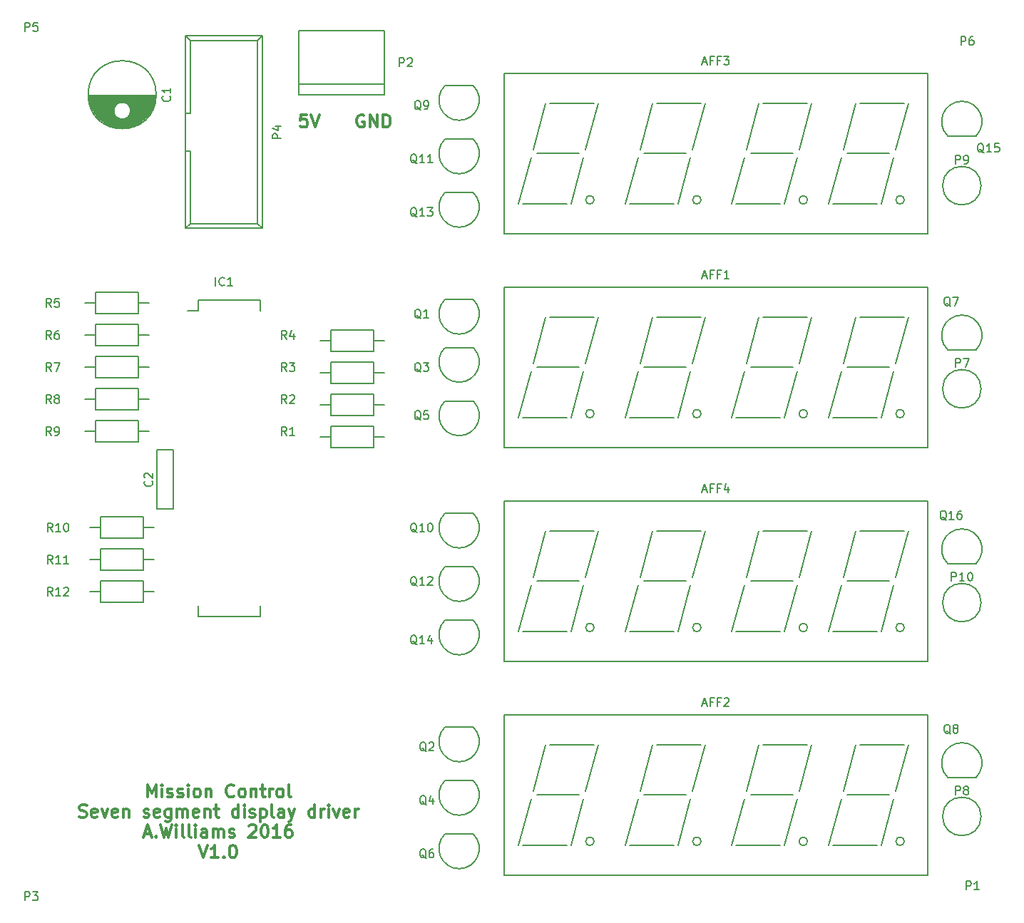
<source format=gbr>
G04 #@! TF.FileFunction,Legend,Top*
%FSLAX46Y46*%
G04 Gerber Fmt 4.6, Leading zero omitted, Abs format (unit mm)*
G04 Created by KiCad (PCBNEW 4.0.2-stable) date 15/03/2016 10:56:13 PM*
%MOMM*%
G01*
G04 APERTURE LIST*
%ADD10C,0.100000*%
%ADD11C,0.300000*%
%ADD12C,0.150000*%
G04 APERTURE END LIST*
D10*
D11*
X167466428Y-145033571D02*
X167466428Y-143533571D01*
X167966428Y-144605000D01*
X168466428Y-143533571D01*
X168466428Y-145033571D01*
X169180714Y-145033571D02*
X169180714Y-144033571D01*
X169180714Y-143533571D02*
X169109285Y-143605000D01*
X169180714Y-143676429D01*
X169252142Y-143605000D01*
X169180714Y-143533571D01*
X169180714Y-143676429D01*
X169823571Y-144962143D02*
X169966428Y-145033571D01*
X170252143Y-145033571D01*
X170395000Y-144962143D01*
X170466428Y-144819286D01*
X170466428Y-144747857D01*
X170395000Y-144605000D01*
X170252143Y-144533571D01*
X170037857Y-144533571D01*
X169895000Y-144462143D01*
X169823571Y-144319286D01*
X169823571Y-144247857D01*
X169895000Y-144105000D01*
X170037857Y-144033571D01*
X170252143Y-144033571D01*
X170395000Y-144105000D01*
X171037857Y-144962143D02*
X171180714Y-145033571D01*
X171466429Y-145033571D01*
X171609286Y-144962143D01*
X171680714Y-144819286D01*
X171680714Y-144747857D01*
X171609286Y-144605000D01*
X171466429Y-144533571D01*
X171252143Y-144533571D01*
X171109286Y-144462143D01*
X171037857Y-144319286D01*
X171037857Y-144247857D01*
X171109286Y-144105000D01*
X171252143Y-144033571D01*
X171466429Y-144033571D01*
X171609286Y-144105000D01*
X172323572Y-145033571D02*
X172323572Y-144033571D01*
X172323572Y-143533571D02*
X172252143Y-143605000D01*
X172323572Y-143676429D01*
X172395000Y-143605000D01*
X172323572Y-143533571D01*
X172323572Y-143676429D01*
X173252144Y-145033571D02*
X173109286Y-144962143D01*
X173037858Y-144890714D01*
X172966429Y-144747857D01*
X172966429Y-144319286D01*
X173037858Y-144176429D01*
X173109286Y-144105000D01*
X173252144Y-144033571D01*
X173466429Y-144033571D01*
X173609286Y-144105000D01*
X173680715Y-144176429D01*
X173752144Y-144319286D01*
X173752144Y-144747857D01*
X173680715Y-144890714D01*
X173609286Y-144962143D01*
X173466429Y-145033571D01*
X173252144Y-145033571D01*
X174395001Y-144033571D02*
X174395001Y-145033571D01*
X174395001Y-144176429D02*
X174466429Y-144105000D01*
X174609287Y-144033571D01*
X174823572Y-144033571D01*
X174966429Y-144105000D01*
X175037858Y-144247857D01*
X175037858Y-145033571D01*
X177752144Y-144890714D02*
X177680715Y-144962143D01*
X177466429Y-145033571D01*
X177323572Y-145033571D01*
X177109287Y-144962143D01*
X176966429Y-144819286D01*
X176895001Y-144676429D01*
X176823572Y-144390714D01*
X176823572Y-144176429D01*
X176895001Y-143890714D01*
X176966429Y-143747857D01*
X177109287Y-143605000D01*
X177323572Y-143533571D01*
X177466429Y-143533571D01*
X177680715Y-143605000D01*
X177752144Y-143676429D01*
X178609287Y-145033571D02*
X178466429Y-144962143D01*
X178395001Y-144890714D01*
X178323572Y-144747857D01*
X178323572Y-144319286D01*
X178395001Y-144176429D01*
X178466429Y-144105000D01*
X178609287Y-144033571D01*
X178823572Y-144033571D01*
X178966429Y-144105000D01*
X179037858Y-144176429D01*
X179109287Y-144319286D01*
X179109287Y-144747857D01*
X179037858Y-144890714D01*
X178966429Y-144962143D01*
X178823572Y-145033571D01*
X178609287Y-145033571D01*
X179752144Y-144033571D02*
X179752144Y-145033571D01*
X179752144Y-144176429D02*
X179823572Y-144105000D01*
X179966430Y-144033571D01*
X180180715Y-144033571D01*
X180323572Y-144105000D01*
X180395001Y-144247857D01*
X180395001Y-145033571D01*
X180895001Y-144033571D02*
X181466430Y-144033571D01*
X181109287Y-143533571D02*
X181109287Y-144819286D01*
X181180715Y-144962143D01*
X181323573Y-145033571D01*
X181466430Y-145033571D01*
X181966430Y-145033571D02*
X181966430Y-144033571D01*
X181966430Y-144319286D02*
X182037858Y-144176429D01*
X182109287Y-144105000D01*
X182252144Y-144033571D01*
X182395001Y-144033571D01*
X183109287Y-145033571D02*
X182966429Y-144962143D01*
X182895001Y-144890714D01*
X182823572Y-144747857D01*
X182823572Y-144319286D01*
X182895001Y-144176429D01*
X182966429Y-144105000D01*
X183109287Y-144033571D01*
X183323572Y-144033571D01*
X183466429Y-144105000D01*
X183537858Y-144176429D01*
X183609287Y-144319286D01*
X183609287Y-144747857D01*
X183537858Y-144890714D01*
X183466429Y-144962143D01*
X183323572Y-145033571D01*
X183109287Y-145033571D01*
X184466430Y-145033571D02*
X184323572Y-144962143D01*
X184252144Y-144819286D01*
X184252144Y-143533571D01*
X159395001Y-147362143D02*
X159609287Y-147433571D01*
X159966430Y-147433571D01*
X160109287Y-147362143D01*
X160180716Y-147290714D01*
X160252144Y-147147857D01*
X160252144Y-147005000D01*
X160180716Y-146862143D01*
X160109287Y-146790714D01*
X159966430Y-146719286D01*
X159680716Y-146647857D01*
X159537858Y-146576429D01*
X159466430Y-146505000D01*
X159395001Y-146362143D01*
X159395001Y-146219286D01*
X159466430Y-146076429D01*
X159537858Y-146005000D01*
X159680716Y-145933571D01*
X160037858Y-145933571D01*
X160252144Y-146005000D01*
X161466429Y-147362143D02*
X161323572Y-147433571D01*
X161037858Y-147433571D01*
X160895001Y-147362143D01*
X160823572Y-147219286D01*
X160823572Y-146647857D01*
X160895001Y-146505000D01*
X161037858Y-146433571D01*
X161323572Y-146433571D01*
X161466429Y-146505000D01*
X161537858Y-146647857D01*
X161537858Y-146790714D01*
X160823572Y-146933571D01*
X162037858Y-146433571D02*
X162395001Y-147433571D01*
X162752143Y-146433571D01*
X163895000Y-147362143D02*
X163752143Y-147433571D01*
X163466429Y-147433571D01*
X163323572Y-147362143D01*
X163252143Y-147219286D01*
X163252143Y-146647857D01*
X163323572Y-146505000D01*
X163466429Y-146433571D01*
X163752143Y-146433571D01*
X163895000Y-146505000D01*
X163966429Y-146647857D01*
X163966429Y-146790714D01*
X163252143Y-146933571D01*
X164609286Y-146433571D02*
X164609286Y-147433571D01*
X164609286Y-146576429D02*
X164680714Y-146505000D01*
X164823572Y-146433571D01*
X165037857Y-146433571D01*
X165180714Y-146505000D01*
X165252143Y-146647857D01*
X165252143Y-147433571D01*
X167037857Y-147362143D02*
X167180714Y-147433571D01*
X167466429Y-147433571D01*
X167609286Y-147362143D01*
X167680714Y-147219286D01*
X167680714Y-147147857D01*
X167609286Y-147005000D01*
X167466429Y-146933571D01*
X167252143Y-146933571D01*
X167109286Y-146862143D01*
X167037857Y-146719286D01*
X167037857Y-146647857D01*
X167109286Y-146505000D01*
X167252143Y-146433571D01*
X167466429Y-146433571D01*
X167609286Y-146505000D01*
X168895000Y-147362143D02*
X168752143Y-147433571D01*
X168466429Y-147433571D01*
X168323572Y-147362143D01*
X168252143Y-147219286D01*
X168252143Y-146647857D01*
X168323572Y-146505000D01*
X168466429Y-146433571D01*
X168752143Y-146433571D01*
X168895000Y-146505000D01*
X168966429Y-146647857D01*
X168966429Y-146790714D01*
X168252143Y-146933571D01*
X170252143Y-146433571D02*
X170252143Y-147647857D01*
X170180714Y-147790714D01*
X170109286Y-147862143D01*
X169966429Y-147933571D01*
X169752143Y-147933571D01*
X169609286Y-147862143D01*
X170252143Y-147362143D02*
X170109286Y-147433571D01*
X169823572Y-147433571D01*
X169680714Y-147362143D01*
X169609286Y-147290714D01*
X169537857Y-147147857D01*
X169537857Y-146719286D01*
X169609286Y-146576429D01*
X169680714Y-146505000D01*
X169823572Y-146433571D01*
X170109286Y-146433571D01*
X170252143Y-146505000D01*
X170966429Y-147433571D02*
X170966429Y-146433571D01*
X170966429Y-146576429D02*
X171037857Y-146505000D01*
X171180715Y-146433571D01*
X171395000Y-146433571D01*
X171537857Y-146505000D01*
X171609286Y-146647857D01*
X171609286Y-147433571D01*
X171609286Y-146647857D02*
X171680715Y-146505000D01*
X171823572Y-146433571D01*
X172037857Y-146433571D01*
X172180715Y-146505000D01*
X172252143Y-146647857D01*
X172252143Y-147433571D01*
X173537857Y-147362143D02*
X173395000Y-147433571D01*
X173109286Y-147433571D01*
X172966429Y-147362143D01*
X172895000Y-147219286D01*
X172895000Y-146647857D01*
X172966429Y-146505000D01*
X173109286Y-146433571D01*
X173395000Y-146433571D01*
X173537857Y-146505000D01*
X173609286Y-146647857D01*
X173609286Y-146790714D01*
X172895000Y-146933571D01*
X174252143Y-146433571D02*
X174252143Y-147433571D01*
X174252143Y-146576429D02*
X174323571Y-146505000D01*
X174466429Y-146433571D01*
X174680714Y-146433571D01*
X174823571Y-146505000D01*
X174895000Y-146647857D01*
X174895000Y-147433571D01*
X175395000Y-146433571D02*
X175966429Y-146433571D01*
X175609286Y-145933571D02*
X175609286Y-147219286D01*
X175680714Y-147362143D01*
X175823572Y-147433571D01*
X175966429Y-147433571D01*
X178252143Y-147433571D02*
X178252143Y-145933571D01*
X178252143Y-147362143D02*
X178109286Y-147433571D01*
X177823572Y-147433571D01*
X177680714Y-147362143D01*
X177609286Y-147290714D01*
X177537857Y-147147857D01*
X177537857Y-146719286D01*
X177609286Y-146576429D01*
X177680714Y-146505000D01*
X177823572Y-146433571D01*
X178109286Y-146433571D01*
X178252143Y-146505000D01*
X178966429Y-147433571D02*
X178966429Y-146433571D01*
X178966429Y-145933571D02*
X178895000Y-146005000D01*
X178966429Y-146076429D01*
X179037857Y-146005000D01*
X178966429Y-145933571D01*
X178966429Y-146076429D01*
X179609286Y-147362143D02*
X179752143Y-147433571D01*
X180037858Y-147433571D01*
X180180715Y-147362143D01*
X180252143Y-147219286D01*
X180252143Y-147147857D01*
X180180715Y-147005000D01*
X180037858Y-146933571D01*
X179823572Y-146933571D01*
X179680715Y-146862143D01*
X179609286Y-146719286D01*
X179609286Y-146647857D01*
X179680715Y-146505000D01*
X179823572Y-146433571D01*
X180037858Y-146433571D01*
X180180715Y-146505000D01*
X180895001Y-146433571D02*
X180895001Y-147933571D01*
X180895001Y-146505000D02*
X181037858Y-146433571D01*
X181323572Y-146433571D01*
X181466429Y-146505000D01*
X181537858Y-146576429D01*
X181609287Y-146719286D01*
X181609287Y-147147857D01*
X181537858Y-147290714D01*
X181466429Y-147362143D01*
X181323572Y-147433571D01*
X181037858Y-147433571D01*
X180895001Y-147362143D01*
X182466430Y-147433571D02*
X182323572Y-147362143D01*
X182252144Y-147219286D01*
X182252144Y-145933571D01*
X183680715Y-147433571D02*
X183680715Y-146647857D01*
X183609286Y-146505000D01*
X183466429Y-146433571D01*
X183180715Y-146433571D01*
X183037858Y-146505000D01*
X183680715Y-147362143D02*
X183537858Y-147433571D01*
X183180715Y-147433571D01*
X183037858Y-147362143D01*
X182966429Y-147219286D01*
X182966429Y-147076429D01*
X183037858Y-146933571D01*
X183180715Y-146862143D01*
X183537858Y-146862143D01*
X183680715Y-146790714D01*
X184252144Y-146433571D02*
X184609287Y-147433571D01*
X184966429Y-146433571D02*
X184609287Y-147433571D01*
X184466429Y-147790714D01*
X184395001Y-147862143D01*
X184252144Y-147933571D01*
X187323572Y-147433571D02*
X187323572Y-145933571D01*
X187323572Y-147362143D02*
X187180715Y-147433571D01*
X186895001Y-147433571D01*
X186752143Y-147362143D01*
X186680715Y-147290714D01*
X186609286Y-147147857D01*
X186609286Y-146719286D01*
X186680715Y-146576429D01*
X186752143Y-146505000D01*
X186895001Y-146433571D01*
X187180715Y-146433571D01*
X187323572Y-146505000D01*
X188037858Y-147433571D02*
X188037858Y-146433571D01*
X188037858Y-146719286D02*
X188109286Y-146576429D01*
X188180715Y-146505000D01*
X188323572Y-146433571D01*
X188466429Y-146433571D01*
X188966429Y-147433571D02*
X188966429Y-146433571D01*
X188966429Y-145933571D02*
X188895000Y-146005000D01*
X188966429Y-146076429D01*
X189037857Y-146005000D01*
X188966429Y-145933571D01*
X188966429Y-146076429D01*
X189537858Y-146433571D02*
X189895001Y-147433571D01*
X190252143Y-146433571D01*
X191395000Y-147362143D02*
X191252143Y-147433571D01*
X190966429Y-147433571D01*
X190823572Y-147362143D01*
X190752143Y-147219286D01*
X190752143Y-146647857D01*
X190823572Y-146505000D01*
X190966429Y-146433571D01*
X191252143Y-146433571D01*
X191395000Y-146505000D01*
X191466429Y-146647857D01*
X191466429Y-146790714D01*
X190752143Y-146933571D01*
X192109286Y-147433571D02*
X192109286Y-146433571D01*
X192109286Y-146719286D02*
X192180714Y-146576429D01*
X192252143Y-146505000D01*
X192395000Y-146433571D01*
X192537857Y-146433571D01*
X167109286Y-149405000D02*
X167823572Y-149405000D01*
X166966429Y-149833571D02*
X167466429Y-148333571D01*
X167966429Y-149833571D01*
X168466429Y-149690714D02*
X168537857Y-149762143D01*
X168466429Y-149833571D01*
X168395000Y-149762143D01*
X168466429Y-149690714D01*
X168466429Y-149833571D01*
X169037858Y-148333571D02*
X169395001Y-149833571D01*
X169680715Y-148762143D01*
X169966429Y-149833571D01*
X170323572Y-148333571D01*
X170895001Y-149833571D02*
X170895001Y-148833571D01*
X170895001Y-148333571D02*
X170823572Y-148405000D01*
X170895001Y-148476429D01*
X170966429Y-148405000D01*
X170895001Y-148333571D01*
X170895001Y-148476429D01*
X171823573Y-149833571D02*
X171680715Y-149762143D01*
X171609287Y-149619286D01*
X171609287Y-148333571D01*
X172609287Y-149833571D02*
X172466429Y-149762143D01*
X172395001Y-149619286D01*
X172395001Y-148333571D01*
X173180715Y-149833571D02*
X173180715Y-148833571D01*
X173180715Y-148333571D02*
X173109286Y-148405000D01*
X173180715Y-148476429D01*
X173252143Y-148405000D01*
X173180715Y-148333571D01*
X173180715Y-148476429D01*
X174537858Y-149833571D02*
X174537858Y-149047857D01*
X174466429Y-148905000D01*
X174323572Y-148833571D01*
X174037858Y-148833571D01*
X173895001Y-148905000D01*
X174537858Y-149762143D02*
X174395001Y-149833571D01*
X174037858Y-149833571D01*
X173895001Y-149762143D01*
X173823572Y-149619286D01*
X173823572Y-149476429D01*
X173895001Y-149333571D01*
X174037858Y-149262143D01*
X174395001Y-149262143D01*
X174537858Y-149190714D01*
X175252144Y-149833571D02*
X175252144Y-148833571D01*
X175252144Y-148976429D02*
X175323572Y-148905000D01*
X175466430Y-148833571D01*
X175680715Y-148833571D01*
X175823572Y-148905000D01*
X175895001Y-149047857D01*
X175895001Y-149833571D01*
X175895001Y-149047857D02*
X175966430Y-148905000D01*
X176109287Y-148833571D01*
X176323572Y-148833571D01*
X176466430Y-148905000D01*
X176537858Y-149047857D01*
X176537858Y-149833571D01*
X177180715Y-149762143D02*
X177323572Y-149833571D01*
X177609287Y-149833571D01*
X177752144Y-149762143D01*
X177823572Y-149619286D01*
X177823572Y-149547857D01*
X177752144Y-149405000D01*
X177609287Y-149333571D01*
X177395001Y-149333571D01*
X177252144Y-149262143D01*
X177180715Y-149119286D01*
X177180715Y-149047857D01*
X177252144Y-148905000D01*
X177395001Y-148833571D01*
X177609287Y-148833571D01*
X177752144Y-148905000D01*
X179537858Y-148476429D02*
X179609287Y-148405000D01*
X179752144Y-148333571D01*
X180109287Y-148333571D01*
X180252144Y-148405000D01*
X180323573Y-148476429D01*
X180395001Y-148619286D01*
X180395001Y-148762143D01*
X180323573Y-148976429D01*
X179466430Y-149833571D01*
X180395001Y-149833571D01*
X181323572Y-148333571D02*
X181466429Y-148333571D01*
X181609286Y-148405000D01*
X181680715Y-148476429D01*
X181752144Y-148619286D01*
X181823572Y-148905000D01*
X181823572Y-149262143D01*
X181752144Y-149547857D01*
X181680715Y-149690714D01*
X181609286Y-149762143D01*
X181466429Y-149833571D01*
X181323572Y-149833571D01*
X181180715Y-149762143D01*
X181109286Y-149690714D01*
X181037858Y-149547857D01*
X180966429Y-149262143D01*
X180966429Y-148905000D01*
X181037858Y-148619286D01*
X181109286Y-148476429D01*
X181180715Y-148405000D01*
X181323572Y-148333571D01*
X183252143Y-149833571D02*
X182395000Y-149833571D01*
X182823572Y-149833571D02*
X182823572Y-148333571D01*
X182680715Y-148547857D01*
X182537857Y-148690714D01*
X182395000Y-148762143D01*
X184537857Y-148333571D02*
X184252143Y-148333571D01*
X184109286Y-148405000D01*
X184037857Y-148476429D01*
X183895000Y-148690714D01*
X183823571Y-148976429D01*
X183823571Y-149547857D01*
X183895000Y-149690714D01*
X183966428Y-149762143D01*
X184109286Y-149833571D01*
X184395000Y-149833571D01*
X184537857Y-149762143D01*
X184609286Y-149690714D01*
X184680714Y-149547857D01*
X184680714Y-149190714D01*
X184609286Y-149047857D01*
X184537857Y-148976429D01*
X184395000Y-148905000D01*
X184109286Y-148905000D01*
X183966428Y-148976429D01*
X183895000Y-149047857D01*
X183823571Y-149190714D01*
X173609286Y-150733571D02*
X174109286Y-152233571D01*
X174609286Y-150733571D01*
X175895000Y-152233571D02*
X175037857Y-152233571D01*
X175466429Y-152233571D02*
X175466429Y-150733571D01*
X175323572Y-150947857D01*
X175180714Y-151090714D01*
X175037857Y-151162143D01*
X176537857Y-152090714D02*
X176609285Y-152162143D01*
X176537857Y-152233571D01*
X176466428Y-152162143D01*
X176537857Y-152090714D01*
X176537857Y-152233571D01*
X177537857Y-150733571D02*
X177680714Y-150733571D01*
X177823571Y-150805000D01*
X177895000Y-150876429D01*
X177966429Y-151019286D01*
X178037857Y-151305000D01*
X178037857Y-151662143D01*
X177966429Y-151947857D01*
X177895000Y-152090714D01*
X177823571Y-152162143D01*
X177680714Y-152233571D01*
X177537857Y-152233571D01*
X177395000Y-152162143D01*
X177323571Y-152090714D01*
X177252143Y-151947857D01*
X177180714Y-151662143D01*
X177180714Y-151305000D01*
X177252143Y-151019286D01*
X177323571Y-150876429D01*
X177395000Y-150805000D01*
X177537857Y-150733571D01*
X193167143Y-64020000D02*
X193024286Y-63948571D01*
X192810000Y-63948571D01*
X192595715Y-64020000D01*
X192452857Y-64162857D01*
X192381429Y-64305714D01*
X192310000Y-64591429D01*
X192310000Y-64805714D01*
X192381429Y-65091429D01*
X192452857Y-65234286D01*
X192595715Y-65377143D01*
X192810000Y-65448571D01*
X192952857Y-65448571D01*
X193167143Y-65377143D01*
X193238572Y-65305714D01*
X193238572Y-64805714D01*
X192952857Y-64805714D01*
X193881429Y-65448571D02*
X193881429Y-63948571D01*
X194738572Y-65448571D01*
X194738572Y-63948571D01*
X195452858Y-65448571D02*
X195452858Y-63948571D01*
X195810001Y-63948571D01*
X196024286Y-64020000D01*
X196167144Y-64162857D01*
X196238572Y-64305714D01*
X196310001Y-64591429D01*
X196310001Y-64805714D01*
X196238572Y-65091429D01*
X196167144Y-65234286D01*
X196024286Y-65377143D01*
X195810001Y-65448571D01*
X195452858Y-65448571D01*
X186404287Y-63948571D02*
X185690001Y-63948571D01*
X185618572Y-64662857D01*
X185690001Y-64591429D01*
X185832858Y-64520000D01*
X186190001Y-64520000D01*
X186332858Y-64591429D01*
X186404287Y-64662857D01*
X186475715Y-64805714D01*
X186475715Y-65162857D01*
X186404287Y-65305714D01*
X186332858Y-65377143D01*
X186190001Y-65448571D01*
X185832858Y-65448571D01*
X185690001Y-65377143D01*
X185618572Y-65305714D01*
X186904286Y-63948571D02*
X187404286Y-65448571D01*
X187904286Y-63948571D01*
D12*
X260100000Y-103480000D02*
X209800000Y-103480000D01*
X209800000Y-103480000D02*
X209800000Y-84480000D01*
X209800000Y-84480000D02*
X260100000Y-84480000D01*
X260100000Y-84480000D02*
X260100000Y-103480000D01*
X250580000Y-93980000D02*
X255580000Y-93980000D01*
X248830000Y-99980000D02*
X254080000Y-99980000D01*
X256330000Y-93480000D02*
X257830000Y-87980000D01*
X254580000Y-99980000D02*
X256080000Y-94480000D01*
X250080000Y-93480000D02*
X251580000Y-87980000D01*
X248330000Y-99980000D02*
X249830000Y-94480000D01*
X252080000Y-87980000D02*
X257330000Y-87980000D01*
X213750000Y-93980000D02*
X218750000Y-93980000D01*
X212000000Y-99980000D02*
X217250000Y-99980000D01*
X219500000Y-93480000D02*
X221000000Y-87980000D01*
X217750000Y-99980000D02*
X219250000Y-94480000D01*
X213250000Y-93480000D02*
X214750000Y-87980000D01*
X211500000Y-99980000D02*
X213000000Y-94480000D01*
X215250000Y-87980000D02*
X220500000Y-87980000D01*
X227950000Y-87980000D02*
X233200000Y-87980000D01*
X224200000Y-99980000D02*
X225700000Y-94480000D01*
X225950000Y-93480000D02*
X227450000Y-87980000D01*
X230450000Y-99980000D02*
X231950000Y-94480000D01*
X232200000Y-93480000D02*
X233700000Y-87980000D01*
X224700000Y-99980000D02*
X229950000Y-99980000D01*
X226450000Y-93980000D02*
X231450000Y-93980000D01*
X244835000Y-93480000D02*
X246335000Y-87980000D01*
X240585000Y-87980000D02*
X245835000Y-87980000D01*
X238585000Y-93480000D02*
X240085000Y-87980000D01*
X239085000Y-93980000D02*
X244085000Y-93980000D01*
X237335000Y-99980000D02*
X242585000Y-99980000D01*
X236835000Y-99980000D02*
X238335000Y-94480000D01*
X243085000Y-99980000D02*
X244585000Y-94480000D01*
X257330000Y-99480000D02*
G75*
G03X257330000Y-99480000I-500000J0D01*
G01*
X220500000Y-99480000D02*
G75*
G03X220500000Y-99480000I-500000J0D01*
G01*
X245835000Y-99480000D02*
G75*
G03X245835000Y-99480000I-500000J0D01*
G01*
X233200000Y-99480000D02*
G75*
G03X233200000Y-99480000I-500000J0D01*
G01*
X260100000Y-154280000D02*
X209800000Y-154280000D01*
X209800000Y-154280000D02*
X209800000Y-135280000D01*
X209800000Y-135280000D02*
X260100000Y-135280000D01*
X260100000Y-135280000D02*
X260100000Y-154280000D01*
X250580000Y-144780000D02*
X255580000Y-144780000D01*
X248830000Y-150780000D02*
X254080000Y-150780000D01*
X256330000Y-144280000D02*
X257830000Y-138780000D01*
X254580000Y-150780000D02*
X256080000Y-145280000D01*
X250080000Y-144280000D02*
X251580000Y-138780000D01*
X248330000Y-150780000D02*
X249830000Y-145280000D01*
X252080000Y-138780000D02*
X257330000Y-138780000D01*
X213750000Y-144780000D02*
X218750000Y-144780000D01*
X212000000Y-150780000D02*
X217250000Y-150780000D01*
X219500000Y-144280000D02*
X221000000Y-138780000D01*
X217750000Y-150780000D02*
X219250000Y-145280000D01*
X213250000Y-144280000D02*
X214750000Y-138780000D01*
X211500000Y-150780000D02*
X213000000Y-145280000D01*
X215250000Y-138780000D02*
X220500000Y-138780000D01*
X227950000Y-138780000D02*
X233200000Y-138780000D01*
X224200000Y-150780000D02*
X225700000Y-145280000D01*
X225950000Y-144280000D02*
X227450000Y-138780000D01*
X230450000Y-150780000D02*
X231950000Y-145280000D01*
X232200000Y-144280000D02*
X233700000Y-138780000D01*
X224700000Y-150780000D02*
X229950000Y-150780000D01*
X226450000Y-144780000D02*
X231450000Y-144780000D01*
X244835000Y-144280000D02*
X246335000Y-138780000D01*
X240585000Y-138780000D02*
X245835000Y-138780000D01*
X238585000Y-144280000D02*
X240085000Y-138780000D01*
X239085000Y-144780000D02*
X244085000Y-144780000D01*
X237335000Y-150780000D02*
X242585000Y-150780000D01*
X236835000Y-150780000D02*
X238335000Y-145280000D01*
X243085000Y-150780000D02*
X244585000Y-145280000D01*
X257330000Y-150280000D02*
G75*
G03X257330000Y-150280000I-500000J0D01*
G01*
X220500000Y-150280000D02*
G75*
G03X220500000Y-150280000I-500000J0D01*
G01*
X245835000Y-150280000D02*
G75*
G03X245835000Y-150280000I-500000J0D01*
G01*
X233200000Y-150280000D02*
G75*
G03X233200000Y-150280000I-500000J0D01*
G01*
X260100000Y-78080000D02*
X209800000Y-78080000D01*
X209800000Y-78080000D02*
X209800000Y-59080000D01*
X209800000Y-59080000D02*
X260100000Y-59080000D01*
X260100000Y-59080000D02*
X260100000Y-78080000D01*
X250580000Y-68580000D02*
X255580000Y-68580000D01*
X248830000Y-74580000D02*
X254080000Y-74580000D01*
X256330000Y-68080000D02*
X257830000Y-62580000D01*
X254580000Y-74580000D02*
X256080000Y-69080000D01*
X250080000Y-68080000D02*
X251580000Y-62580000D01*
X248330000Y-74580000D02*
X249830000Y-69080000D01*
X252080000Y-62580000D02*
X257330000Y-62580000D01*
X213750000Y-68580000D02*
X218750000Y-68580000D01*
X212000000Y-74580000D02*
X217250000Y-74580000D01*
X219500000Y-68080000D02*
X221000000Y-62580000D01*
X217750000Y-74580000D02*
X219250000Y-69080000D01*
X213250000Y-68080000D02*
X214750000Y-62580000D01*
X211500000Y-74580000D02*
X213000000Y-69080000D01*
X215250000Y-62580000D02*
X220500000Y-62580000D01*
X227950000Y-62580000D02*
X233200000Y-62580000D01*
X224200000Y-74580000D02*
X225700000Y-69080000D01*
X225950000Y-68080000D02*
X227450000Y-62580000D01*
X230450000Y-74580000D02*
X231950000Y-69080000D01*
X232200000Y-68080000D02*
X233700000Y-62580000D01*
X224700000Y-74580000D02*
X229950000Y-74580000D01*
X226450000Y-68580000D02*
X231450000Y-68580000D01*
X244835000Y-68080000D02*
X246335000Y-62580000D01*
X240585000Y-62580000D02*
X245835000Y-62580000D01*
X238585000Y-68080000D02*
X240085000Y-62580000D01*
X239085000Y-68580000D02*
X244085000Y-68580000D01*
X237335000Y-74580000D02*
X242585000Y-74580000D01*
X236835000Y-74580000D02*
X238335000Y-69080000D01*
X243085000Y-74580000D02*
X244585000Y-69080000D01*
X257330000Y-74080000D02*
G75*
G03X257330000Y-74080000I-500000J0D01*
G01*
X220500000Y-74080000D02*
G75*
G03X220500000Y-74080000I-500000J0D01*
G01*
X245835000Y-74080000D02*
G75*
G03X245835000Y-74080000I-500000J0D01*
G01*
X233200000Y-74080000D02*
G75*
G03X233200000Y-74080000I-500000J0D01*
G01*
X260100000Y-128880000D02*
X209800000Y-128880000D01*
X209800000Y-128880000D02*
X209800000Y-109880000D01*
X209800000Y-109880000D02*
X260100000Y-109880000D01*
X260100000Y-109880000D02*
X260100000Y-128880000D01*
X250580000Y-119380000D02*
X255580000Y-119380000D01*
X248830000Y-125380000D02*
X254080000Y-125380000D01*
X256330000Y-118880000D02*
X257830000Y-113380000D01*
X254580000Y-125380000D02*
X256080000Y-119880000D01*
X250080000Y-118880000D02*
X251580000Y-113380000D01*
X248330000Y-125380000D02*
X249830000Y-119880000D01*
X252080000Y-113380000D02*
X257330000Y-113380000D01*
X213750000Y-119380000D02*
X218750000Y-119380000D01*
X212000000Y-125380000D02*
X217250000Y-125380000D01*
X219500000Y-118880000D02*
X221000000Y-113380000D01*
X217750000Y-125380000D02*
X219250000Y-119880000D01*
X213250000Y-118880000D02*
X214750000Y-113380000D01*
X211500000Y-125380000D02*
X213000000Y-119880000D01*
X215250000Y-113380000D02*
X220500000Y-113380000D01*
X227950000Y-113380000D02*
X233200000Y-113380000D01*
X224200000Y-125380000D02*
X225700000Y-119880000D01*
X225950000Y-118880000D02*
X227450000Y-113380000D01*
X230450000Y-125380000D02*
X231950000Y-119880000D01*
X232200000Y-118880000D02*
X233700000Y-113380000D01*
X224700000Y-125380000D02*
X229950000Y-125380000D01*
X226450000Y-119380000D02*
X231450000Y-119380000D01*
X244835000Y-118880000D02*
X246335000Y-113380000D01*
X240585000Y-113380000D02*
X245835000Y-113380000D01*
X238585000Y-118880000D02*
X240085000Y-113380000D01*
X239085000Y-119380000D02*
X244085000Y-119380000D01*
X237335000Y-125380000D02*
X242585000Y-125380000D01*
X236835000Y-125380000D02*
X238335000Y-119880000D01*
X243085000Y-125380000D02*
X244585000Y-119880000D01*
X257330000Y-124880000D02*
G75*
G03X257330000Y-124880000I-500000J0D01*
G01*
X220500000Y-124880000D02*
G75*
G03X220500000Y-124880000I-500000J0D01*
G01*
X245835000Y-124880000D02*
G75*
G03X245835000Y-124880000I-500000J0D01*
G01*
X233200000Y-124880000D02*
G75*
G03X233200000Y-124880000I-500000J0D01*
G01*
X168464000Y-61665000D02*
X160466000Y-61665000D01*
X168459000Y-61805000D02*
X160471000Y-61805000D01*
X168449000Y-61945000D02*
X160481000Y-61945000D01*
X168434000Y-62085000D02*
X160496000Y-62085000D01*
X168414000Y-62225000D02*
X160516000Y-62225000D01*
X168389000Y-62365000D02*
X160541000Y-62365000D01*
X168359000Y-62505000D02*
X164638000Y-62505000D01*
X164292000Y-62505000D02*
X160571000Y-62505000D01*
X168323000Y-62645000D02*
X165000000Y-62645000D01*
X163930000Y-62645000D02*
X160607000Y-62645000D01*
X168282000Y-62785000D02*
X165174000Y-62785000D01*
X163756000Y-62785000D02*
X160648000Y-62785000D01*
X168236000Y-62925000D02*
X165290000Y-62925000D01*
X163640000Y-62925000D02*
X160694000Y-62925000D01*
X168183000Y-63065000D02*
X165370000Y-63065000D01*
X163560000Y-63065000D02*
X160747000Y-63065000D01*
X168124000Y-63205000D02*
X165424000Y-63205000D01*
X163506000Y-63205000D02*
X160806000Y-63205000D01*
X168059000Y-63345000D02*
X165454000Y-63345000D01*
X163476000Y-63345000D02*
X160871000Y-63345000D01*
X167988000Y-63485000D02*
X165465000Y-63485000D01*
X163465000Y-63485000D02*
X160942000Y-63485000D01*
X167909000Y-63625000D02*
X165456000Y-63625000D01*
X163474000Y-63625000D02*
X161021000Y-63625000D01*
X167822000Y-63765000D02*
X165426000Y-63765000D01*
X163504000Y-63765000D02*
X161108000Y-63765000D01*
X167727000Y-63905000D02*
X165375000Y-63905000D01*
X163555000Y-63905000D02*
X161203000Y-63905000D01*
X167623000Y-64045000D02*
X165297000Y-64045000D01*
X163633000Y-64045000D02*
X161307000Y-64045000D01*
X167509000Y-64185000D02*
X165184000Y-64185000D01*
X163746000Y-64185000D02*
X161421000Y-64185000D01*
X167384000Y-64325000D02*
X165015000Y-64325000D01*
X163915000Y-64325000D02*
X161546000Y-64325000D01*
X167246000Y-64465000D02*
X164687000Y-64465000D01*
X164243000Y-64465000D02*
X161684000Y-64465000D01*
X167094000Y-64605000D02*
X161836000Y-64605000D01*
X166924000Y-64745000D02*
X162006000Y-64745000D01*
X166733000Y-64885000D02*
X162197000Y-64885000D01*
X166515000Y-65025000D02*
X162415000Y-65025000D01*
X166259000Y-65165000D02*
X162671000Y-65165000D01*
X165948000Y-65305000D02*
X162982000Y-65305000D01*
X165532000Y-65445000D02*
X163398000Y-65445000D01*
X164665000Y-65585000D02*
X164265000Y-65585000D01*
X165465000Y-63490000D02*
G75*
G03X165465000Y-63490000I-1000000J0D01*
G01*
X168502500Y-61590000D02*
G75*
G03X168502500Y-61590000I-4037500J0D01*
G01*
X170545000Y-103775000D02*
X170545000Y-110775000D01*
X170545000Y-110775000D02*
X168545000Y-110775000D01*
X168545000Y-110775000D02*
X168545000Y-103775000D01*
X168545000Y-103775000D02*
X170545000Y-103775000D01*
X173490000Y-85970000D02*
X173490000Y-87240000D01*
X180840000Y-85970000D02*
X180840000Y-87240000D01*
X180840000Y-123580000D02*
X180840000Y-122310000D01*
X173490000Y-123580000D02*
X173490000Y-122310000D01*
X173490000Y-85970000D02*
X180840000Y-85970000D01*
X173490000Y-123580000D02*
X180840000Y-123580000D01*
X173490000Y-87240000D02*
X172205000Y-87240000D01*
X195580000Y-60325000D02*
X185420000Y-60325000D01*
X195580000Y-61595000D02*
X195580000Y-53975000D01*
X195580000Y-53975000D02*
X185420000Y-53975000D01*
X185420000Y-53975000D02*
X185420000Y-61595000D01*
X185420000Y-61595000D02*
X195580000Y-61595000D01*
X181080000Y-54610000D02*
X181080000Y-77470000D01*
X180530000Y-55150000D02*
X180530000Y-76910000D01*
X171980000Y-54610000D02*
X171980000Y-77470000D01*
X172530000Y-55150000D02*
X172530000Y-63790000D01*
X172530000Y-68290000D02*
X172530000Y-76910000D01*
X172530000Y-63790000D02*
X171980000Y-63790000D01*
X172530000Y-68290000D02*
X171980000Y-68290000D01*
X181080000Y-54610000D02*
X171980000Y-54610000D01*
X180530000Y-55150000D02*
X172530000Y-55150000D01*
X181080000Y-77470000D02*
X171980000Y-77470000D01*
X180530000Y-76910000D02*
X172530000Y-76910000D01*
X181080000Y-54610000D02*
X180530000Y-55150000D01*
X181080000Y-77470000D02*
X180530000Y-76910000D01*
X171980000Y-54610000D02*
X172530000Y-55150000D01*
X171980000Y-77470000D02*
X172530000Y-76910000D01*
X266446000Y-96520000D02*
G75*
G03X266446000Y-96520000I-2286000J0D01*
G01*
X266446000Y-147320000D02*
G75*
G03X266446000Y-147320000I-2286000J0D01*
G01*
X266446000Y-72390000D02*
G75*
G03X266446000Y-72390000I-2286000J0D01*
G01*
X266446000Y-121920000D02*
G75*
G03X266446000Y-121920000I-2286000J0D01*
G01*
X194310000Y-103505000D02*
X189230000Y-103505000D01*
X189230000Y-103505000D02*
X189230000Y-100965000D01*
X189230000Y-100965000D02*
X194310000Y-100965000D01*
X194310000Y-100965000D02*
X194310000Y-103505000D01*
X194310000Y-102235000D02*
X195580000Y-102235000D01*
X189230000Y-102235000D02*
X187960000Y-102235000D01*
X194310000Y-99695000D02*
X189230000Y-99695000D01*
X189230000Y-99695000D02*
X189230000Y-97155000D01*
X189230000Y-97155000D02*
X194310000Y-97155000D01*
X194310000Y-97155000D02*
X194310000Y-99695000D01*
X194310000Y-98425000D02*
X195580000Y-98425000D01*
X189230000Y-98425000D02*
X187960000Y-98425000D01*
X194310000Y-95885000D02*
X189230000Y-95885000D01*
X189230000Y-95885000D02*
X189230000Y-93345000D01*
X189230000Y-93345000D02*
X194310000Y-93345000D01*
X194310000Y-93345000D02*
X194310000Y-95885000D01*
X194310000Y-94615000D02*
X195580000Y-94615000D01*
X189230000Y-94615000D02*
X187960000Y-94615000D01*
X194310000Y-92075000D02*
X189230000Y-92075000D01*
X189230000Y-92075000D02*
X189230000Y-89535000D01*
X189230000Y-89535000D02*
X194310000Y-89535000D01*
X194310000Y-89535000D02*
X194310000Y-92075000D01*
X194310000Y-90805000D02*
X195580000Y-90805000D01*
X189230000Y-90805000D02*
X187960000Y-90805000D01*
X161290000Y-85090000D02*
X166370000Y-85090000D01*
X166370000Y-85090000D02*
X166370000Y-87630000D01*
X166370000Y-87630000D02*
X161290000Y-87630000D01*
X161290000Y-87630000D02*
X161290000Y-85090000D01*
X161290000Y-86360000D02*
X160020000Y-86360000D01*
X166370000Y-86360000D02*
X167640000Y-86360000D01*
X161290000Y-88900000D02*
X166370000Y-88900000D01*
X166370000Y-88900000D02*
X166370000Y-91440000D01*
X166370000Y-91440000D02*
X161290000Y-91440000D01*
X161290000Y-91440000D02*
X161290000Y-88900000D01*
X161290000Y-90170000D02*
X160020000Y-90170000D01*
X166370000Y-90170000D02*
X167640000Y-90170000D01*
X161290000Y-92710000D02*
X166370000Y-92710000D01*
X166370000Y-92710000D02*
X166370000Y-95250000D01*
X166370000Y-95250000D02*
X161290000Y-95250000D01*
X161290000Y-95250000D02*
X161290000Y-92710000D01*
X161290000Y-93980000D02*
X160020000Y-93980000D01*
X166370000Y-93980000D02*
X167640000Y-93980000D01*
X161290000Y-96520000D02*
X166370000Y-96520000D01*
X166370000Y-96520000D02*
X166370000Y-99060000D01*
X166370000Y-99060000D02*
X161290000Y-99060000D01*
X161290000Y-99060000D02*
X161290000Y-96520000D01*
X161290000Y-97790000D02*
X160020000Y-97790000D01*
X166370000Y-97790000D02*
X167640000Y-97790000D01*
X161290000Y-100330000D02*
X166370000Y-100330000D01*
X166370000Y-100330000D02*
X166370000Y-102870000D01*
X166370000Y-102870000D02*
X161290000Y-102870000D01*
X161290000Y-102870000D02*
X161290000Y-100330000D01*
X161290000Y-101600000D02*
X160020000Y-101600000D01*
X166370000Y-101600000D02*
X167640000Y-101600000D01*
X161925000Y-111760000D02*
X167005000Y-111760000D01*
X167005000Y-111760000D02*
X167005000Y-114300000D01*
X167005000Y-114300000D02*
X161925000Y-114300000D01*
X161925000Y-114300000D02*
X161925000Y-111760000D01*
X161925000Y-113030000D02*
X160655000Y-113030000D01*
X167005000Y-113030000D02*
X168275000Y-113030000D01*
X161925000Y-115570000D02*
X167005000Y-115570000D01*
X167005000Y-115570000D02*
X167005000Y-118110000D01*
X167005000Y-118110000D02*
X161925000Y-118110000D01*
X161925000Y-118110000D02*
X161925000Y-115570000D01*
X161925000Y-116840000D02*
X160655000Y-116840000D01*
X167005000Y-116840000D02*
X168275000Y-116840000D01*
X161925000Y-119380000D02*
X167005000Y-119380000D01*
X167005000Y-119380000D02*
X167005000Y-121920000D01*
X167005000Y-121920000D02*
X161925000Y-121920000D01*
X161925000Y-121920000D02*
X161925000Y-119380000D01*
X161925000Y-120650000D02*
X160655000Y-120650000D01*
X167005000Y-120650000D02*
X168275000Y-120650000D01*
X206170000Y-85930000D02*
X202770000Y-85930000D01*
X206167056Y-85932944D02*
G75*
G02X204470000Y-90030000I-1697056J-1697056D01*
G01*
X202772944Y-85932944D02*
G75*
G03X204470000Y-90030000I1697056J-1697056D01*
G01*
X206170000Y-136730000D02*
X202770000Y-136730000D01*
X206167056Y-136732944D02*
G75*
G02X204470000Y-140830000I-1697056J-1697056D01*
G01*
X202772944Y-136732944D02*
G75*
G03X204470000Y-140830000I1697056J-1697056D01*
G01*
X206170000Y-91645000D02*
X202770000Y-91645000D01*
X206167056Y-91647944D02*
G75*
G02X204470000Y-95745000I-1697056J-1697056D01*
G01*
X202772944Y-91647944D02*
G75*
G03X204470000Y-95745000I1697056J-1697056D01*
G01*
X206170000Y-143080000D02*
X202770000Y-143080000D01*
X206167056Y-143082944D02*
G75*
G02X204470000Y-147180000I-1697056J-1697056D01*
G01*
X202772944Y-143082944D02*
G75*
G03X204470000Y-147180000I1697056J-1697056D01*
G01*
X206170000Y-97995000D02*
X202770000Y-97995000D01*
X206167056Y-97997944D02*
G75*
G02X204470000Y-102095000I-1697056J-1697056D01*
G01*
X202772944Y-97997944D02*
G75*
G03X204470000Y-102095000I1697056J-1697056D01*
G01*
X206170000Y-149430000D02*
X202770000Y-149430000D01*
X206167056Y-149432944D02*
G75*
G02X204470000Y-153530000I-1697056J-1697056D01*
G01*
X202772944Y-149432944D02*
G75*
G03X204470000Y-153530000I1697056J-1697056D01*
G01*
X262460000Y-91870000D02*
X265860000Y-91870000D01*
X262462944Y-91867056D02*
G75*
G02X264160000Y-87770000I1697056J1697056D01*
G01*
X265857056Y-91867056D02*
G75*
G03X264160000Y-87770000I-1697056J1697056D01*
G01*
X262460000Y-142670000D02*
X265860000Y-142670000D01*
X262462944Y-142667056D02*
G75*
G02X264160000Y-138570000I1697056J1697056D01*
G01*
X265857056Y-142667056D02*
G75*
G03X264160000Y-138570000I-1697056J1697056D01*
G01*
X206170000Y-60530000D02*
X202770000Y-60530000D01*
X206167056Y-60532944D02*
G75*
G02X204470000Y-64630000I-1697056J-1697056D01*
G01*
X202772944Y-60532944D02*
G75*
G03X204470000Y-64630000I1697056J-1697056D01*
G01*
X206170000Y-111330000D02*
X202770000Y-111330000D01*
X206167056Y-111332944D02*
G75*
G02X204470000Y-115430000I-1697056J-1697056D01*
G01*
X202772944Y-111332944D02*
G75*
G03X204470000Y-115430000I1697056J-1697056D01*
G01*
X206170000Y-66880000D02*
X202770000Y-66880000D01*
X206167056Y-66882944D02*
G75*
G02X204470000Y-70980000I-1697056J-1697056D01*
G01*
X202772944Y-66882944D02*
G75*
G03X204470000Y-70980000I1697056J-1697056D01*
G01*
X206170000Y-117680000D02*
X202770000Y-117680000D01*
X206167056Y-117682944D02*
G75*
G02X204470000Y-121780000I-1697056J-1697056D01*
G01*
X202772944Y-117682944D02*
G75*
G03X204470000Y-121780000I1697056J-1697056D01*
G01*
X206170000Y-73230000D02*
X202770000Y-73230000D01*
X206167056Y-73232944D02*
G75*
G02X204470000Y-77330000I-1697056J-1697056D01*
G01*
X202772944Y-73232944D02*
G75*
G03X204470000Y-77330000I1697056J-1697056D01*
G01*
X206170000Y-124030000D02*
X202770000Y-124030000D01*
X206167056Y-124032944D02*
G75*
G02X204470000Y-128130000I-1697056J-1697056D01*
G01*
X202772944Y-124032944D02*
G75*
G03X204470000Y-128130000I1697056J-1697056D01*
G01*
X262460000Y-66470000D02*
X265860000Y-66470000D01*
X262462944Y-66467056D02*
G75*
G02X264160000Y-62370000I1697056J1697056D01*
G01*
X265857056Y-66467056D02*
G75*
G03X264160000Y-62370000I-1697056J1697056D01*
G01*
X262460000Y-117270000D02*
X265860000Y-117270000D01*
X262462944Y-117267056D02*
G75*
G02X264160000Y-113170000I1697056J1697056D01*
G01*
X265857056Y-117267056D02*
G75*
G03X264160000Y-113170000I-1697056J1697056D01*
G01*
X233378571Y-83146667D02*
X233854762Y-83146667D01*
X233283333Y-83432381D02*
X233616666Y-82432381D01*
X233950000Y-83432381D01*
X234616667Y-82908571D02*
X234283333Y-82908571D01*
X234283333Y-83432381D02*
X234283333Y-82432381D01*
X234759524Y-82432381D01*
X235473810Y-82908571D02*
X235140476Y-82908571D01*
X235140476Y-83432381D02*
X235140476Y-82432381D01*
X235616667Y-82432381D01*
X236521429Y-83432381D02*
X235950000Y-83432381D01*
X236235714Y-83432381D02*
X236235714Y-82432381D01*
X236140476Y-82575238D01*
X236045238Y-82670476D01*
X235950000Y-82718095D01*
X233378571Y-133946667D02*
X233854762Y-133946667D01*
X233283333Y-134232381D02*
X233616666Y-133232381D01*
X233950000Y-134232381D01*
X234616667Y-133708571D02*
X234283333Y-133708571D01*
X234283333Y-134232381D02*
X234283333Y-133232381D01*
X234759524Y-133232381D01*
X235473810Y-133708571D02*
X235140476Y-133708571D01*
X235140476Y-134232381D02*
X235140476Y-133232381D01*
X235616667Y-133232381D01*
X235950000Y-133327619D02*
X235997619Y-133280000D01*
X236092857Y-133232381D01*
X236330953Y-133232381D01*
X236426191Y-133280000D01*
X236473810Y-133327619D01*
X236521429Y-133422857D01*
X236521429Y-133518095D01*
X236473810Y-133660952D01*
X235902381Y-134232381D01*
X236521429Y-134232381D01*
X233378571Y-57746667D02*
X233854762Y-57746667D01*
X233283333Y-58032381D02*
X233616666Y-57032381D01*
X233950000Y-58032381D01*
X234616667Y-57508571D02*
X234283333Y-57508571D01*
X234283333Y-58032381D02*
X234283333Y-57032381D01*
X234759524Y-57032381D01*
X235473810Y-57508571D02*
X235140476Y-57508571D01*
X235140476Y-58032381D02*
X235140476Y-57032381D01*
X235616667Y-57032381D01*
X235902381Y-57032381D02*
X236521429Y-57032381D01*
X236188095Y-57413333D01*
X236330953Y-57413333D01*
X236426191Y-57460952D01*
X236473810Y-57508571D01*
X236521429Y-57603810D01*
X236521429Y-57841905D01*
X236473810Y-57937143D01*
X236426191Y-57984762D01*
X236330953Y-58032381D01*
X236045238Y-58032381D01*
X235950000Y-57984762D01*
X235902381Y-57937143D01*
X233378571Y-108546667D02*
X233854762Y-108546667D01*
X233283333Y-108832381D02*
X233616666Y-107832381D01*
X233950000Y-108832381D01*
X234616667Y-108308571D02*
X234283333Y-108308571D01*
X234283333Y-108832381D02*
X234283333Y-107832381D01*
X234759524Y-107832381D01*
X235473810Y-108308571D02*
X235140476Y-108308571D01*
X235140476Y-108832381D02*
X235140476Y-107832381D01*
X235616667Y-107832381D01*
X236426191Y-108165714D02*
X236426191Y-108832381D01*
X236188095Y-107784762D02*
X235950000Y-108499048D01*
X236569048Y-108499048D01*
X170122143Y-61756666D02*
X170169762Y-61804285D01*
X170217381Y-61947142D01*
X170217381Y-62042380D01*
X170169762Y-62185238D01*
X170074524Y-62280476D01*
X169979286Y-62328095D01*
X169788810Y-62375714D01*
X169645952Y-62375714D01*
X169455476Y-62328095D01*
X169360238Y-62280476D01*
X169265000Y-62185238D01*
X169217381Y-62042380D01*
X169217381Y-61947142D01*
X169265000Y-61804285D01*
X169312619Y-61756666D01*
X170217381Y-60804285D02*
X170217381Y-61375714D01*
X170217381Y-61090000D02*
X169217381Y-61090000D01*
X169360238Y-61185238D01*
X169455476Y-61280476D01*
X169503095Y-61375714D01*
X167997143Y-107481666D02*
X168044762Y-107529285D01*
X168092381Y-107672142D01*
X168092381Y-107767380D01*
X168044762Y-107910238D01*
X167949524Y-108005476D01*
X167854286Y-108053095D01*
X167663810Y-108100714D01*
X167520952Y-108100714D01*
X167330476Y-108053095D01*
X167235238Y-108005476D01*
X167140000Y-107910238D01*
X167092381Y-107767380D01*
X167092381Y-107672142D01*
X167140000Y-107529285D01*
X167187619Y-107481666D01*
X167187619Y-107100714D02*
X167140000Y-107053095D01*
X167092381Y-106957857D01*
X167092381Y-106719761D01*
X167140000Y-106624523D01*
X167187619Y-106576904D01*
X167282857Y-106529285D01*
X167378095Y-106529285D01*
X167520952Y-106576904D01*
X168092381Y-107148333D01*
X168092381Y-106529285D01*
X175553810Y-84272381D02*
X175553810Y-83272381D01*
X176601429Y-84177143D02*
X176553810Y-84224762D01*
X176410953Y-84272381D01*
X176315715Y-84272381D01*
X176172857Y-84224762D01*
X176077619Y-84129524D01*
X176030000Y-84034286D01*
X175982381Y-83843810D01*
X175982381Y-83700952D01*
X176030000Y-83510476D01*
X176077619Y-83415238D01*
X176172857Y-83320000D01*
X176315715Y-83272381D01*
X176410953Y-83272381D01*
X176553810Y-83320000D01*
X176601429Y-83367619D01*
X177553810Y-84272381D02*
X176982381Y-84272381D01*
X177268095Y-84272381D02*
X177268095Y-83272381D01*
X177172857Y-83415238D01*
X177077619Y-83510476D01*
X176982381Y-83558095D01*
X264691905Y-156027381D02*
X264691905Y-155027381D01*
X265072858Y-155027381D01*
X265168096Y-155075000D01*
X265215715Y-155122619D01*
X265263334Y-155217857D01*
X265263334Y-155360714D01*
X265215715Y-155455952D01*
X265168096Y-155503571D01*
X265072858Y-155551190D01*
X264691905Y-155551190D01*
X266215715Y-156027381D02*
X265644286Y-156027381D01*
X265930000Y-156027381D02*
X265930000Y-155027381D01*
X265834762Y-155170238D01*
X265739524Y-155265476D01*
X265644286Y-155313095D01*
X197381905Y-58237381D02*
X197381905Y-57237381D01*
X197762858Y-57237381D01*
X197858096Y-57285000D01*
X197905715Y-57332619D01*
X197953334Y-57427857D01*
X197953334Y-57570714D01*
X197905715Y-57665952D01*
X197858096Y-57713571D01*
X197762858Y-57761190D01*
X197381905Y-57761190D01*
X198334286Y-57332619D02*
X198381905Y-57285000D01*
X198477143Y-57237381D01*
X198715239Y-57237381D01*
X198810477Y-57285000D01*
X198858096Y-57332619D01*
X198905715Y-57427857D01*
X198905715Y-57523095D01*
X198858096Y-57665952D01*
X198286667Y-58237381D01*
X198905715Y-58237381D01*
X152931905Y-157297381D02*
X152931905Y-156297381D01*
X153312858Y-156297381D01*
X153408096Y-156345000D01*
X153455715Y-156392619D01*
X153503334Y-156487857D01*
X153503334Y-156630714D01*
X153455715Y-156725952D01*
X153408096Y-156773571D01*
X153312858Y-156821190D01*
X152931905Y-156821190D01*
X153836667Y-156297381D02*
X154455715Y-156297381D01*
X154122381Y-156678333D01*
X154265239Y-156678333D01*
X154360477Y-156725952D01*
X154408096Y-156773571D01*
X154455715Y-156868810D01*
X154455715Y-157106905D01*
X154408096Y-157202143D01*
X154360477Y-157249762D01*
X154265239Y-157297381D01*
X153979524Y-157297381D01*
X153884286Y-157249762D01*
X153836667Y-157202143D01*
X183332381Y-66778095D02*
X182332381Y-66778095D01*
X182332381Y-66397142D01*
X182380000Y-66301904D01*
X182427619Y-66254285D01*
X182522857Y-66206666D01*
X182665714Y-66206666D01*
X182760952Y-66254285D01*
X182808571Y-66301904D01*
X182856190Y-66397142D01*
X182856190Y-66778095D01*
X182665714Y-65349523D02*
X183332381Y-65349523D01*
X182284762Y-65587619D02*
X182999048Y-65825714D01*
X182999048Y-65206666D01*
X152931905Y-54037381D02*
X152931905Y-53037381D01*
X153312858Y-53037381D01*
X153408096Y-53085000D01*
X153455715Y-53132619D01*
X153503334Y-53227857D01*
X153503334Y-53370714D01*
X153455715Y-53465952D01*
X153408096Y-53513571D01*
X153312858Y-53561190D01*
X152931905Y-53561190D01*
X154408096Y-53037381D02*
X153931905Y-53037381D01*
X153884286Y-53513571D01*
X153931905Y-53465952D01*
X154027143Y-53418333D01*
X154265239Y-53418333D01*
X154360477Y-53465952D01*
X154408096Y-53513571D01*
X154455715Y-53608810D01*
X154455715Y-53846905D01*
X154408096Y-53942143D01*
X154360477Y-53989762D01*
X154265239Y-54037381D01*
X154027143Y-54037381D01*
X153931905Y-53989762D01*
X153884286Y-53942143D01*
X264056905Y-55697381D02*
X264056905Y-54697381D01*
X264437858Y-54697381D01*
X264533096Y-54745000D01*
X264580715Y-54792619D01*
X264628334Y-54887857D01*
X264628334Y-55030714D01*
X264580715Y-55125952D01*
X264533096Y-55173571D01*
X264437858Y-55221190D01*
X264056905Y-55221190D01*
X265485477Y-54697381D02*
X265295000Y-54697381D01*
X265199762Y-54745000D01*
X265152143Y-54792619D01*
X265056905Y-54935476D01*
X265009286Y-55125952D01*
X265009286Y-55506905D01*
X265056905Y-55602143D01*
X265104524Y-55649762D01*
X265199762Y-55697381D01*
X265390239Y-55697381D01*
X265485477Y-55649762D01*
X265533096Y-55602143D01*
X265580715Y-55506905D01*
X265580715Y-55268810D01*
X265533096Y-55173571D01*
X265485477Y-55125952D01*
X265390239Y-55078333D01*
X265199762Y-55078333D01*
X265104524Y-55125952D01*
X265056905Y-55173571D01*
X265009286Y-55268810D01*
X263421905Y-93924381D02*
X263421905Y-92924381D01*
X263802858Y-92924381D01*
X263898096Y-92972000D01*
X263945715Y-93019619D01*
X263993334Y-93114857D01*
X263993334Y-93257714D01*
X263945715Y-93352952D01*
X263898096Y-93400571D01*
X263802858Y-93448190D01*
X263421905Y-93448190D01*
X264326667Y-92924381D02*
X264993334Y-92924381D01*
X264564762Y-93924381D01*
X263421905Y-144724381D02*
X263421905Y-143724381D01*
X263802858Y-143724381D01*
X263898096Y-143772000D01*
X263945715Y-143819619D01*
X263993334Y-143914857D01*
X263993334Y-144057714D01*
X263945715Y-144152952D01*
X263898096Y-144200571D01*
X263802858Y-144248190D01*
X263421905Y-144248190D01*
X264564762Y-144152952D02*
X264469524Y-144105333D01*
X264421905Y-144057714D01*
X264374286Y-143962476D01*
X264374286Y-143914857D01*
X264421905Y-143819619D01*
X264469524Y-143772000D01*
X264564762Y-143724381D01*
X264755239Y-143724381D01*
X264850477Y-143772000D01*
X264898096Y-143819619D01*
X264945715Y-143914857D01*
X264945715Y-143962476D01*
X264898096Y-144057714D01*
X264850477Y-144105333D01*
X264755239Y-144152952D01*
X264564762Y-144152952D01*
X264469524Y-144200571D01*
X264421905Y-144248190D01*
X264374286Y-144343429D01*
X264374286Y-144533905D01*
X264421905Y-144629143D01*
X264469524Y-144676762D01*
X264564762Y-144724381D01*
X264755239Y-144724381D01*
X264850477Y-144676762D01*
X264898096Y-144629143D01*
X264945715Y-144533905D01*
X264945715Y-144343429D01*
X264898096Y-144248190D01*
X264850477Y-144200571D01*
X264755239Y-144152952D01*
X263421905Y-69794381D02*
X263421905Y-68794381D01*
X263802858Y-68794381D01*
X263898096Y-68842000D01*
X263945715Y-68889619D01*
X263993334Y-68984857D01*
X263993334Y-69127714D01*
X263945715Y-69222952D01*
X263898096Y-69270571D01*
X263802858Y-69318190D01*
X263421905Y-69318190D01*
X264469524Y-69794381D02*
X264660000Y-69794381D01*
X264755239Y-69746762D01*
X264802858Y-69699143D01*
X264898096Y-69556286D01*
X264945715Y-69365810D01*
X264945715Y-68984857D01*
X264898096Y-68889619D01*
X264850477Y-68842000D01*
X264755239Y-68794381D01*
X264564762Y-68794381D01*
X264469524Y-68842000D01*
X264421905Y-68889619D01*
X264374286Y-68984857D01*
X264374286Y-69222952D01*
X264421905Y-69318190D01*
X264469524Y-69365810D01*
X264564762Y-69413429D01*
X264755239Y-69413429D01*
X264850477Y-69365810D01*
X264898096Y-69318190D01*
X264945715Y-69222952D01*
X262945714Y-119324381D02*
X262945714Y-118324381D01*
X263326667Y-118324381D01*
X263421905Y-118372000D01*
X263469524Y-118419619D01*
X263517143Y-118514857D01*
X263517143Y-118657714D01*
X263469524Y-118752952D01*
X263421905Y-118800571D01*
X263326667Y-118848190D01*
X262945714Y-118848190D01*
X264469524Y-119324381D02*
X263898095Y-119324381D01*
X264183809Y-119324381D02*
X264183809Y-118324381D01*
X264088571Y-118467238D01*
X263993333Y-118562476D01*
X263898095Y-118610095D01*
X265088571Y-118324381D02*
X265183810Y-118324381D01*
X265279048Y-118372000D01*
X265326667Y-118419619D01*
X265374286Y-118514857D01*
X265421905Y-118705333D01*
X265421905Y-118943429D01*
X265374286Y-119133905D01*
X265326667Y-119229143D01*
X265279048Y-119276762D01*
X265183810Y-119324381D01*
X265088571Y-119324381D01*
X264993333Y-119276762D01*
X264945714Y-119229143D01*
X264898095Y-119133905D01*
X264850476Y-118943429D01*
X264850476Y-118705333D01*
X264898095Y-118514857D01*
X264945714Y-118419619D01*
X264993333Y-118372000D01*
X265088571Y-118324381D01*
X183983334Y-102052381D02*
X183650000Y-101576190D01*
X183411905Y-102052381D02*
X183411905Y-101052381D01*
X183792858Y-101052381D01*
X183888096Y-101100000D01*
X183935715Y-101147619D01*
X183983334Y-101242857D01*
X183983334Y-101385714D01*
X183935715Y-101480952D01*
X183888096Y-101528571D01*
X183792858Y-101576190D01*
X183411905Y-101576190D01*
X184935715Y-102052381D02*
X184364286Y-102052381D01*
X184650000Y-102052381D02*
X184650000Y-101052381D01*
X184554762Y-101195238D01*
X184459524Y-101290476D01*
X184364286Y-101338095D01*
X183983334Y-98242381D02*
X183650000Y-97766190D01*
X183411905Y-98242381D02*
X183411905Y-97242381D01*
X183792858Y-97242381D01*
X183888096Y-97290000D01*
X183935715Y-97337619D01*
X183983334Y-97432857D01*
X183983334Y-97575714D01*
X183935715Y-97670952D01*
X183888096Y-97718571D01*
X183792858Y-97766190D01*
X183411905Y-97766190D01*
X184364286Y-97337619D02*
X184411905Y-97290000D01*
X184507143Y-97242381D01*
X184745239Y-97242381D01*
X184840477Y-97290000D01*
X184888096Y-97337619D01*
X184935715Y-97432857D01*
X184935715Y-97528095D01*
X184888096Y-97670952D01*
X184316667Y-98242381D01*
X184935715Y-98242381D01*
X183983334Y-94432381D02*
X183650000Y-93956190D01*
X183411905Y-94432381D02*
X183411905Y-93432381D01*
X183792858Y-93432381D01*
X183888096Y-93480000D01*
X183935715Y-93527619D01*
X183983334Y-93622857D01*
X183983334Y-93765714D01*
X183935715Y-93860952D01*
X183888096Y-93908571D01*
X183792858Y-93956190D01*
X183411905Y-93956190D01*
X184316667Y-93432381D02*
X184935715Y-93432381D01*
X184602381Y-93813333D01*
X184745239Y-93813333D01*
X184840477Y-93860952D01*
X184888096Y-93908571D01*
X184935715Y-94003810D01*
X184935715Y-94241905D01*
X184888096Y-94337143D01*
X184840477Y-94384762D01*
X184745239Y-94432381D01*
X184459524Y-94432381D01*
X184364286Y-94384762D01*
X184316667Y-94337143D01*
X183983334Y-90622381D02*
X183650000Y-90146190D01*
X183411905Y-90622381D02*
X183411905Y-89622381D01*
X183792858Y-89622381D01*
X183888096Y-89670000D01*
X183935715Y-89717619D01*
X183983334Y-89812857D01*
X183983334Y-89955714D01*
X183935715Y-90050952D01*
X183888096Y-90098571D01*
X183792858Y-90146190D01*
X183411905Y-90146190D01*
X184840477Y-89955714D02*
X184840477Y-90622381D01*
X184602381Y-89574762D02*
X184364286Y-90289048D01*
X184983334Y-90289048D01*
X156043334Y-86812381D02*
X155710000Y-86336190D01*
X155471905Y-86812381D02*
X155471905Y-85812381D01*
X155852858Y-85812381D01*
X155948096Y-85860000D01*
X155995715Y-85907619D01*
X156043334Y-86002857D01*
X156043334Y-86145714D01*
X155995715Y-86240952D01*
X155948096Y-86288571D01*
X155852858Y-86336190D01*
X155471905Y-86336190D01*
X156948096Y-85812381D02*
X156471905Y-85812381D01*
X156424286Y-86288571D01*
X156471905Y-86240952D01*
X156567143Y-86193333D01*
X156805239Y-86193333D01*
X156900477Y-86240952D01*
X156948096Y-86288571D01*
X156995715Y-86383810D01*
X156995715Y-86621905D01*
X156948096Y-86717143D01*
X156900477Y-86764762D01*
X156805239Y-86812381D01*
X156567143Y-86812381D01*
X156471905Y-86764762D01*
X156424286Y-86717143D01*
X156043334Y-90622381D02*
X155710000Y-90146190D01*
X155471905Y-90622381D02*
X155471905Y-89622381D01*
X155852858Y-89622381D01*
X155948096Y-89670000D01*
X155995715Y-89717619D01*
X156043334Y-89812857D01*
X156043334Y-89955714D01*
X155995715Y-90050952D01*
X155948096Y-90098571D01*
X155852858Y-90146190D01*
X155471905Y-90146190D01*
X156900477Y-89622381D02*
X156710000Y-89622381D01*
X156614762Y-89670000D01*
X156567143Y-89717619D01*
X156471905Y-89860476D01*
X156424286Y-90050952D01*
X156424286Y-90431905D01*
X156471905Y-90527143D01*
X156519524Y-90574762D01*
X156614762Y-90622381D01*
X156805239Y-90622381D01*
X156900477Y-90574762D01*
X156948096Y-90527143D01*
X156995715Y-90431905D01*
X156995715Y-90193810D01*
X156948096Y-90098571D01*
X156900477Y-90050952D01*
X156805239Y-90003333D01*
X156614762Y-90003333D01*
X156519524Y-90050952D01*
X156471905Y-90098571D01*
X156424286Y-90193810D01*
X156043334Y-94432381D02*
X155710000Y-93956190D01*
X155471905Y-94432381D02*
X155471905Y-93432381D01*
X155852858Y-93432381D01*
X155948096Y-93480000D01*
X155995715Y-93527619D01*
X156043334Y-93622857D01*
X156043334Y-93765714D01*
X155995715Y-93860952D01*
X155948096Y-93908571D01*
X155852858Y-93956190D01*
X155471905Y-93956190D01*
X156376667Y-93432381D02*
X157043334Y-93432381D01*
X156614762Y-94432381D01*
X156043334Y-98242381D02*
X155710000Y-97766190D01*
X155471905Y-98242381D02*
X155471905Y-97242381D01*
X155852858Y-97242381D01*
X155948096Y-97290000D01*
X155995715Y-97337619D01*
X156043334Y-97432857D01*
X156043334Y-97575714D01*
X155995715Y-97670952D01*
X155948096Y-97718571D01*
X155852858Y-97766190D01*
X155471905Y-97766190D01*
X156614762Y-97670952D02*
X156519524Y-97623333D01*
X156471905Y-97575714D01*
X156424286Y-97480476D01*
X156424286Y-97432857D01*
X156471905Y-97337619D01*
X156519524Y-97290000D01*
X156614762Y-97242381D01*
X156805239Y-97242381D01*
X156900477Y-97290000D01*
X156948096Y-97337619D01*
X156995715Y-97432857D01*
X156995715Y-97480476D01*
X156948096Y-97575714D01*
X156900477Y-97623333D01*
X156805239Y-97670952D01*
X156614762Y-97670952D01*
X156519524Y-97718571D01*
X156471905Y-97766190D01*
X156424286Y-97861429D01*
X156424286Y-98051905D01*
X156471905Y-98147143D01*
X156519524Y-98194762D01*
X156614762Y-98242381D01*
X156805239Y-98242381D01*
X156900477Y-98194762D01*
X156948096Y-98147143D01*
X156995715Y-98051905D01*
X156995715Y-97861429D01*
X156948096Y-97766190D01*
X156900477Y-97718571D01*
X156805239Y-97670952D01*
X156043334Y-102052381D02*
X155710000Y-101576190D01*
X155471905Y-102052381D02*
X155471905Y-101052381D01*
X155852858Y-101052381D01*
X155948096Y-101100000D01*
X155995715Y-101147619D01*
X156043334Y-101242857D01*
X156043334Y-101385714D01*
X155995715Y-101480952D01*
X155948096Y-101528571D01*
X155852858Y-101576190D01*
X155471905Y-101576190D01*
X156519524Y-102052381D02*
X156710000Y-102052381D01*
X156805239Y-102004762D01*
X156852858Y-101957143D01*
X156948096Y-101814286D01*
X156995715Y-101623810D01*
X156995715Y-101242857D01*
X156948096Y-101147619D01*
X156900477Y-101100000D01*
X156805239Y-101052381D01*
X156614762Y-101052381D01*
X156519524Y-101100000D01*
X156471905Y-101147619D01*
X156424286Y-101242857D01*
X156424286Y-101480952D01*
X156471905Y-101576190D01*
X156519524Y-101623810D01*
X156614762Y-101671429D01*
X156805239Y-101671429D01*
X156900477Y-101623810D01*
X156948096Y-101576190D01*
X156995715Y-101480952D01*
X156202143Y-113482381D02*
X155868809Y-113006190D01*
X155630714Y-113482381D02*
X155630714Y-112482381D01*
X156011667Y-112482381D01*
X156106905Y-112530000D01*
X156154524Y-112577619D01*
X156202143Y-112672857D01*
X156202143Y-112815714D01*
X156154524Y-112910952D01*
X156106905Y-112958571D01*
X156011667Y-113006190D01*
X155630714Y-113006190D01*
X157154524Y-113482381D02*
X156583095Y-113482381D01*
X156868809Y-113482381D02*
X156868809Y-112482381D01*
X156773571Y-112625238D01*
X156678333Y-112720476D01*
X156583095Y-112768095D01*
X157773571Y-112482381D02*
X157868810Y-112482381D01*
X157964048Y-112530000D01*
X158011667Y-112577619D01*
X158059286Y-112672857D01*
X158106905Y-112863333D01*
X158106905Y-113101429D01*
X158059286Y-113291905D01*
X158011667Y-113387143D01*
X157964048Y-113434762D01*
X157868810Y-113482381D01*
X157773571Y-113482381D01*
X157678333Y-113434762D01*
X157630714Y-113387143D01*
X157583095Y-113291905D01*
X157535476Y-113101429D01*
X157535476Y-112863333D01*
X157583095Y-112672857D01*
X157630714Y-112577619D01*
X157678333Y-112530000D01*
X157773571Y-112482381D01*
X156202143Y-117292381D02*
X155868809Y-116816190D01*
X155630714Y-117292381D02*
X155630714Y-116292381D01*
X156011667Y-116292381D01*
X156106905Y-116340000D01*
X156154524Y-116387619D01*
X156202143Y-116482857D01*
X156202143Y-116625714D01*
X156154524Y-116720952D01*
X156106905Y-116768571D01*
X156011667Y-116816190D01*
X155630714Y-116816190D01*
X157154524Y-117292381D02*
X156583095Y-117292381D01*
X156868809Y-117292381D02*
X156868809Y-116292381D01*
X156773571Y-116435238D01*
X156678333Y-116530476D01*
X156583095Y-116578095D01*
X158106905Y-117292381D02*
X157535476Y-117292381D01*
X157821190Y-117292381D02*
X157821190Y-116292381D01*
X157725952Y-116435238D01*
X157630714Y-116530476D01*
X157535476Y-116578095D01*
X156202143Y-121102381D02*
X155868809Y-120626190D01*
X155630714Y-121102381D02*
X155630714Y-120102381D01*
X156011667Y-120102381D01*
X156106905Y-120150000D01*
X156154524Y-120197619D01*
X156202143Y-120292857D01*
X156202143Y-120435714D01*
X156154524Y-120530952D01*
X156106905Y-120578571D01*
X156011667Y-120626190D01*
X155630714Y-120626190D01*
X157154524Y-121102381D02*
X156583095Y-121102381D01*
X156868809Y-121102381D02*
X156868809Y-120102381D01*
X156773571Y-120245238D01*
X156678333Y-120340476D01*
X156583095Y-120388095D01*
X157535476Y-120197619D02*
X157583095Y-120150000D01*
X157678333Y-120102381D01*
X157916429Y-120102381D01*
X158011667Y-120150000D01*
X158059286Y-120197619D01*
X158106905Y-120292857D01*
X158106905Y-120388095D01*
X158059286Y-120530952D01*
X157487857Y-121102381D01*
X158106905Y-121102381D01*
X199929762Y-88177619D02*
X199834524Y-88130000D01*
X199739286Y-88034762D01*
X199596429Y-87891905D01*
X199501190Y-87844286D01*
X199405952Y-87844286D01*
X199453571Y-88082381D02*
X199358333Y-88034762D01*
X199263095Y-87939524D01*
X199215476Y-87749048D01*
X199215476Y-87415714D01*
X199263095Y-87225238D01*
X199358333Y-87130000D01*
X199453571Y-87082381D01*
X199644048Y-87082381D01*
X199739286Y-87130000D01*
X199834524Y-87225238D01*
X199882143Y-87415714D01*
X199882143Y-87749048D01*
X199834524Y-87939524D01*
X199739286Y-88034762D01*
X199644048Y-88082381D01*
X199453571Y-88082381D01*
X200834524Y-88082381D02*
X200263095Y-88082381D01*
X200548809Y-88082381D02*
X200548809Y-87082381D01*
X200453571Y-87225238D01*
X200358333Y-87320476D01*
X200263095Y-87368095D01*
X200564762Y-139612619D02*
X200469524Y-139565000D01*
X200374286Y-139469762D01*
X200231429Y-139326905D01*
X200136190Y-139279286D01*
X200040952Y-139279286D01*
X200088571Y-139517381D02*
X199993333Y-139469762D01*
X199898095Y-139374524D01*
X199850476Y-139184048D01*
X199850476Y-138850714D01*
X199898095Y-138660238D01*
X199993333Y-138565000D01*
X200088571Y-138517381D01*
X200279048Y-138517381D01*
X200374286Y-138565000D01*
X200469524Y-138660238D01*
X200517143Y-138850714D01*
X200517143Y-139184048D01*
X200469524Y-139374524D01*
X200374286Y-139469762D01*
X200279048Y-139517381D01*
X200088571Y-139517381D01*
X200898095Y-138612619D02*
X200945714Y-138565000D01*
X201040952Y-138517381D01*
X201279048Y-138517381D01*
X201374286Y-138565000D01*
X201421905Y-138612619D01*
X201469524Y-138707857D01*
X201469524Y-138803095D01*
X201421905Y-138945952D01*
X200850476Y-139517381D01*
X201469524Y-139517381D01*
X199929762Y-94527619D02*
X199834524Y-94480000D01*
X199739286Y-94384762D01*
X199596429Y-94241905D01*
X199501190Y-94194286D01*
X199405952Y-94194286D01*
X199453571Y-94432381D02*
X199358333Y-94384762D01*
X199263095Y-94289524D01*
X199215476Y-94099048D01*
X199215476Y-93765714D01*
X199263095Y-93575238D01*
X199358333Y-93480000D01*
X199453571Y-93432381D01*
X199644048Y-93432381D01*
X199739286Y-93480000D01*
X199834524Y-93575238D01*
X199882143Y-93765714D01*
X199882143Y-94099048D01*
X199834524Y-94289524D01*
X199739286Y-94384762D01*
X199644048Y-94432381D01*
X199453571Y-94432381D01*
X200215476Y-93432381D02*
X200834524Y-93432381D01*
X200501190Y-93813333D01*
X200644048Y-93813333D01*
X200739286Y-93860952D01*
X200786905Y-93908571D01*
X200834524Y-94003810D01*
X200834524Y-94241905D01*
X200786905Y-94337143D01*
X200739286Y-94384762D01*
X200644048Y-94432381D01*
X200358333Y-94432381D01*
X200263095Y-94384762D01*
X200215476Y-94337143D01*
X200564762Y-145962619D02*
X200469524Y-145915000D01*
X200374286Y-145819762D01*
X200231429Y-145676905D01*
X200136190Y-145629286D01*
X200040952Y-145629286D01*
X200088571Y-145867381D02*
X199993333Y-145819762D01*
X199898095Y-145724524D01*
X199850476Y-145534048D01*
X199850476Y-145200714D01*
X199898095Y-145010238D01*
X199993333Y-144915000D01*
X200088571Y-144867381D01*
X200279048Y-144867381D01*
X200374286Y-144915000D01*
X200469524Y-145010238D01*
X200517143Y-145200714D01*
X200517143Y-145534048D01*
X200469524Y-145724524D01*
X200374286Y-145819762D01*
X200279048Y-145867381D01*
X200088571Y-145867381D01*
X201374286Y-145200714D02*
X201374286Y-145867381D01*
X201136190Y-144819762D02*
X200898095Y-145534048D01*
X201517143Y-145534048D01*
X199929762Y-100242619D02*
X199834524Y-100195000D01*
X199739286Y-100099762D01*
X199596429Y-99956905D01*
X199501190Y-99909286D01*
X199405952Y-99909286D01*
X199453571Y-100147381D02*
X199358333Y-100099762D01*
X199263095Y-100004524D01*
X199215476Y-99814048D01*
X199215476Y-99480714D01*
X199263095Y-99290238D01*
X199358333Y-99195000D01*
X199453571Y-99147381D01*
X199644048Y-99147381D01*
X199739286Y-99195000D01*
X199834524Y-99290238D01*
X199882143Y-99480714D01*
X199882143Y-99814048D01*
X199834524Y-100004524D01*
X199739286Y-100099762D01*
X199644048Y-100147381D01*
X199453571Y-100147381D01*
X200786905Y-99147381D02*
X200310714Y-99147381D01*
X200263095Y-99623571D01*
X200310714Y-99575952D01*
X200405952Y-99528333D01*
X200644048Y-99528333D01*
X200739286Y-99575952D01*
X200786905Y-99623571D01*
X200834524Y-99718810D01*
X200834524Y-99956905D01*
X200786905Y-100052143D01*
X200739286Y-100099762D01*
X200644048Y-100147381D01*
X200405952Y-100147381D01*
X200310714Y-100099762D01*
X200263095Y-100052143D01*
X200564762Y-152312619D02*
X200469524Y-152265000D01*
X200374286Y-152169762D01*
X200231429Y-152026905D01*
X200136190Y-151979286D01*
X200040952Y-151979286D01*
X200088571Y-152217381D02*
X199993333Y-152169762D01*
X199898095Y-152074524D01*
X199850476Y-151884048D01*
X199850476Y-151550714D01*
X199898095Y-151360238D01*
X199993333Y-151265000D01*
X200088571Y-151217381D01*
X200279048Y-151217381D01*
X200374286Y-151265000D01*
X200469524Y-151360238D01*
X200517143Y-151550714D01*
X200517143Y-151884048D01*
X200469524Y-152074524D01*
X200374286Y-152169762D01*
X200279048Y-152217381D01*
X200088571Y-152217381D01*
X201374286Y-151217381D02*
X201183809Y-151217381D01*
X201088571Y-151265000D01*
X201040952Y-151312619D01*
X200945714Y-151455476D01*
X200898095Y-151645952D01*
X200898095Y-152026905D01*
X200945714Y-152122143D01*
X200993333Y-152169762D01*
X201088571Y-152217381D01*
X201279048Y-152217381D01*
X201374286Y-152169762D01*
X201421905Y-152122143D01*
X201469524Y-152026905D01*
X201469524Y-151788810D01*
X201421905Y-151693571D01*
X201374286Y-151645952D01*
X201279048Y-151598333D01*
X201088571Y-151598333D01*
X200993333Y-151645952D01*
X200945714Y-151693571D01*
X200898095Y-151788810D01*
X262794762Y-86717619D02*
X262699524Y-86670000D01*
X262604286Y-86574762D01*
X262461429Y-86431905D01*
X262366190Y-86384286D01*
X262270952Y-86384286D01*
X262318571Y-86622381D02*
X262223333Y-86574762D01*
X262128095Y-86479524D01*
X262080476Y-86289048D01*
X262080476Y-85955714D01*
X262128095Y-85765238D01*
X262223333Y-85670000D01*
X262318571Y-85622381D01*
X262509048Y-85622381D01*
X262604286Y-85670000D01*
X262699524Y-85765238D01*
X262747143Y-85955714D01*
X262747143Y-86289048D01*
X262699524Y-86479524D01*
X262604286Y-86574762D01*
X262509048Y-86622381D01*
X262318571Y-86622381D01*
X263080476Y-85622381D02*
X263747143Y-85622381D01*
X263318571Y-86622381D01*
X262794762Y-137517619D02*
X262699524Y-137470000D01*
X262604286Y-137374762D01*
X262461429Y-137231905D01*
X262366190Y-137184286D01*
X262270952Y-137184286D01*
X262318571Y-137422381D02*
X262223333Y-137374762D01*
X262128095Y-137279524D01*
X262080476Y-137089048D01*
X262080476Y-136755714D01*
X262128095Y-136565238D01*
X262223333Y-136470000D01*
X262318571Y-136422381D01*
X262509048Y-136422381D01*
X262604286Y-136470000D01*
X262699524Y-136565238D01*
X262747143Y-136755714D01*
X262747143Y-137089048D01*
X262699524Y-137279524D01*
X262604286Y-137374762D01*
X262509048Y-137422381D01*
X262318571Y-137422381D01*
X263318571Y-136850952D02*
X263223333Y-136803333D01*
X263175714Y-136755714D01*
X263128095Y-136660476D01*
X263128095Y-136612857D01*
X263175714Y-136517619D01*
X263223333Y-136470000D01*
X263318571Y-136422381D01*
X263509048Y-136422381D01*
X263604286Y-136470000D01*
X263651905Y-136517619D01*
X263699524Y-136612857D01*
X263699524Y-136660476D01*
X263651905Y-136755714D01*
X263604286Y-136803333D01*
X263509048Y-136850952D01*
X263318571Y-136850952D01*
X263223333Y-136898571D01*
X263175714Y-136946190D01*
X263128095Y-137041429D01*
X263128095Y-137231905D01*
X263175714Y-137327143D01*
X263223333Y-137374762D01*
X263318571Y-137422381D01*
X263509048Y-137422381D01*
X263604286Y-137374762D01*
X263651905Y-137327143D01*
X263699524Y-137231905D01*
X263699524Y-137041429D01*
X263651905Y-136946190D01*
X263604286Y-136898571D01*
X263509048Y-136850952D01*
X199929762Y-63412619D02*
X199834524Y-63365000D01*
X199739286Y-63269762D01*
X199596429Y-63126905D01*
X199501190Y-63079286D01*
X199405952Y-63079286D01*
X199453571Y-63317381D02*
X199358333Y-63269762D01*
X199263095Y-63174524D01*
X199215476Y-62984048D01*
X199215476Y-62650714D01*
X199263095Y-62460238D01*
X199358333Y-62365000D01*
X199453571Y-62317381D01*
X199644048Y-62317381D01*
X199739286Y-62365000D01*
X199834524Y-62460238D01*
X199882143Y-62650714D01*
X199882143Y-62984048D01*
X199834524Y-63174524D01*
X199739286Y-63269762D01*
X199644048Y-63317381D01*
X199453571Y-63317381D01*
X200358333Y-63317381D02*
X200548809Y-63317381D01*
X200644048Y-63269762D01*
X200691667Y-63222143D01*
X200786905Y-63079286D01*
X200834524Y-62888810D01*
X200834524Y-62507857D01*
X200786905Y-62412619D01*
X200739286Y-62365000D01*
X200644048Y-62317381D01*
X200453571Y-62317381D01*
X200358333Y-62365000D01*
X200310714Y-62412619D01*
X200263095Y-62507857D01*
X200263095Y-62745952D01*
X200310714Y-62841190D01*
X200358333Y-62888810D01*
X200453571Y-62936429D01*
X200644048Y-62936429D01*
X200739286Y-62888810D01*
X200786905Y-62841190D01*
X200834524Y-62745952D01*
X199453572Y-113577619D02*
X199358334Y-113530000D01*
X199263096Y-113434762D01*
X199120239Y-113291905D01*
X199025000Y-113244286D01*
X198929762Y-113244286D01*
X198977381Y-113482381D02*
X198882143Y-113434762D01*
X198786905Y-113339524D01*
X198739286Y-113149048D01*
X198739286Y-112815714D01*
X198786905Y-112625238D01*
X198882143Y-112530000D01*
X198977381Y-112482381D01*
X199167858Y-112482381D01*
X199263096Y-112530000D01*
X199358334Y-112625238D01*
X199405953Y-112815714D01*
X199405953Y-113149048D01*
X199358334Y-113339524D01*
X199263096Y-113434762D01*
X199167858Y-113482381D01*
X198977381Y-113482381D01*
X200358334Y-113482381D02*
X199786905Y-113482381D01*
X200072619Y-113482381D02*
X200072619Y-112482381D01*
X199977381Y-112625238D01*
X199882143Y-112720476D01*
X199786905Y-112768095D01*
X200977381Y-112482381D02*
X201072620Y-112482381D01*
X201167858Y-112530000D01*
X201215477Y-112577619D01*
X201263096Y-112672857D01*
X201310715Y-112863333D01*
X201310715Y-113101429D01*
X201263096Y-113291905D01*
X201215477Y-113387143D01*
X201167858Y-113434762D01*
X201072620Y-113482381D01*
X200977381Y-113482381D01*
X200882143Y-113434762D01*
X200834524Y-113387143D01*
X200786905Y-113291905D01*
X200739286Y-113101429D01*
X200739286Y-112863333D01*
X200786905Y-112672857D01*
X200834524Y-112577619D01*
X200882143Y-112530000D01*
X200977381Y-112482381D01*
X199453572Y-69762619D02*
X199358334Y-69715000D01*
X199263096Y-69619762D01*
X199120239Y-69476905D01*
X199025000Y-69429286D01*
X198929762Y-69429286D01*
X198977381Y-69667381D02*
X198882143Y-69619762D01*
X198786905Y-69524524D01*
X198739286Y-69334048D01*
X198739286Y-69000714D01*
X198786905Y-68810238D01*
X198882143Y-68715000D01*
X198977381Y-68667381D01*
X199167858Y-68667381D01*
X199263096Y-68715000D01*
X199358334Y-68810238D01*
X199405953Y-69000714D01*
X199405953Y-69334048D01*
X199358334Y-69524524D01*
X199263096Y-69619762D01*
X199167858Y-69667381D01*
X198977381Y-69667381D01*
X200358334Y-69667381D02*
X199786905Y-69667381D01*
X200072619Y-69667381D02*
X200072619Y-68667381D01*
X199977381Y-68810238D01*
X199882143Y-68905476D01*
X199786905Y-68953095D01*
X201310715Y-69667381D02*
X200739286Y-69667381D01*
X201025000Y-69667381D02*
X201025000Y-68667381D01*
X200929762Y-68810238D01*
X200834524Y-68905476D01*
X200739286Y-68953095D01*
X199453572Y-119927619D02*
X199358334Y-119880000D01*
X199263096Y-119784762D01*
X199120239Y-119641905D01*
X199025000Y-119594286D01*
X198929762Y-119594286D01*
X198977381Y-119832381D02*
X198882143Y-119784762D01*
X198786905Y-119689524D01*
X198739286Y-119499048D01*
X198739286Y-119165714D01*
X198786905Y-118975238D01*
X198882143Y-118880000D01*
X198977381Y-118832381D01*
X199167858Y-118832381D01*
X199263096Y-118880000D01*
X199358334Y-118975238D01*
X199405953Y-119165714D01*
X199405953Y-119499048D01*
X199358334Y-119689524D01*
X199263096Y-119784762D01*
X199167858Y-119832381D01*
X198977381Y-119832381D01*
X200358334Y-119832381D02*
X199786905Y-119832381D01*
X200072619Y-119832381D02*
X200072619Y-118832381D01*
X199977381Y-118975238D01*
X199882143Y-119070476D01*
X199786905Y-119118095D01*
X200739286Y-118927619D02*
X200786905Y-118880000D01*
X200882143Y-118832381D01*
X201120239Y-118832381D01*
X201215477Y-118880000D01*
X201263096Y-118927619D01*
X201310715Y-119022857D01*
X201310715Y-119118095D01*
X201263096Y-119260952D01*
X200691667Y-119832381D01*
X201310715Y-119832381D01*
X199453572Y-76112619D02*
X199358334Y-76065000D01*
X199263096Y-75969762D01*
X199120239Y-75826905D01*
X199025000Y-75779286D01*
X198929762Y-75779286D01*
X198977381Y-76017381D02*
X198882143Y-75969762D01*
X198786905Y-75874524D01*
X198739286Y-75684048D01*
X198739286Y-75350714D01*
X198786905Y-75160238D01*
X198882143Y-75065000D01*
X198977381Y-75017381D01*
X199167858Y-75017381D01*
X199263096Y-75065000D01*
X199358334Y-75160238D01*
X199405953Y-75350714D01*
X199405953Y-75684048D01*
X199358334Y-75874524D01*
X199263096Y-75969762D01*
X199167858Y-76017381D01*
X198977381Y-76017381D01*
X200358334Y-76017381D02*
X199786905Y-76017381D01*
X200072619Y-76017381D02*
X200072619Y-75017381D01*
X199977381Y-75160238D01*
X199882143Y-75255476D01*
X199786905Y-75303095D01*
X200691667Y-75017381D02*
X201310715Y-75017381D01*
X200977381Y-75398333D01*
X201120239Y-75398333D01*
X201215477Y-75445952D01*
X201263096Y-75493571D01*
X201310715Y-75588810D01*
X201310715Y-75826905D01*
X201263096Y-75922143D01*
X201215477Y-75969762D01*
X201120239Y-76017381D01*
X200834524Y-76017381D01*
X200739286Y-75969762D01*
X200691667Y-75922143D01*
X199453572Y-126912619D02*
X199358334Y-126865000D01*
X199263096Y-126769762D01*
X199120239Y-126626905D01*
X199025000Y-126579286D01*
X198929762Y-126579286D01*
X198977381Y-126817381D02*
X198882143Y-126769762D01*
X198786905Y-126674524D01*
X198739286Y-126484048D01*
X198739286Y-126150714D01*
X198786905Y-125960238D01*
X198882143Y-125865000D01*
X198977381Y-125817381D01*
X199167858Y-125817381D01*
X199263096Y-125865000D01*
X199358334Y-125960238D01*
X199405953Y-126150714D01*
X199405953Y-126484048D01*
X199358334Y-126674524D01*
X199263096Y-126769762D01*
X199167858Y-126817381D01*
X198977381Y-126817381D01*
X200358334Y-126817381D02*
X199786905Y-126817381D01*
X200072619Y-126817381D02*
X200072619Y-125817381D01*
X199977381Y-125960238D01*
X199882143Y-126055476D01*
X199786905Y-126103095D01*
X201215477Y-126150714D02*
X201215477Y-126817381D01*
X200977381Y-125769762D02*
X200739286Y-126484048D01*
X201358334Y-126484048D01*
X266763572Y-68492619D02*
X266668334Y-68445000D01*
X266573096Y-68349762D01*
X266430239Y-68206905D01*
X266335000Y-68159286D01*
X266239762Y-68159286D01*
X266287381Y-68397381D02*
X266192143Y-68349762D01*
X266096905Y-68254524D01*
X266049286Y-68064048D01*
X266049286Y-67730714D01*
X266096905Y-67540238D01*
X266192143Y-67445000D01*
X266287381Y-67397381D01*
X266477858Y-67397381D01*
X266573096Y-67445000D01*
X266668334Y-67540238D01*
X266715953Y-67730714D01*
X266715953Y-68064048D01*
X266668334Y-68254524D01*
X266573096Y-68349762D01*
X266477858Y-68397381D01*
X266287381Y-68397381D01*
X267668334Y-68397381D02*
X267096905Y-68397381D01*
X267382619Y-68397381D02*
X267382619Y-67397381D01*
X267287381Y-67540238D01*
X267192143Y-67635476D01*
X267096905Y-67683095D01*
X268573096Y-67397381D02*
X268096905Y-67397381D01*
X268049286Y-67873571D01*
X268096905Y-67825952D01*
X268192143Y-67778333D01*
X268430239Y-67778333D01*
X268525477Y-67825952D01*
X268573096Y-67873571D01*
X268620715Y-67968810D01*
X268620715Y-68206905D01*
X268573096Y-68302143D01*
X268525477Y-68349762D01*
X268430239Y-68397381D01*
X268192143Y-68397381D01*
X268096905Y-68349762D01*
X268049286Y-68302143D01*
X262318572Y-112117619D02*
X262223334Y-112070000D01*
X262128096Y-111974762D01*
X261985239Y-111831905D01*
X261890000Y-111784286D01*
X261794762Y-111784286D01*
X261842381Y-112022381D02*
X261747143Y-111974762D01*
X261651905Y-111879524D01*
X261604286Y-111689048D01*
X261604286Y-111355714D01*
X261651905Y-111165238D01*
X261747143Y-111070000D01*
X261842381Y-111022381D01*
X262032858Y-111022381D01*
X262128096Y-111070000D01*
X262223334Y-111165238D01*
X262270953Y-111355714D01*
X262270953Y-111689048D01*
X262223334Y-111879524D01*
X262128096Y-111974762D01*
X262032858Y-112022381D01*
X261842381Y-112022381D01*
X263223334Y-112022381D02*
X262651905Y-112022381D01*
X262937619Y-112022381D02*
X262937619Y-111022381D01*
X262842381Y-111165238D01*
X262747143Y-111260476D01*
X262651905Y-111308095D01*
X264080477Y-111022381D02*
X263890000Y-111022381D01*
X263794762Y-111070000D01*
X263747143Y-111117619D01*
X263651905Y-111260476D01*
X263604286Y-111450952D01*
X263604286Y-111831905D01*
X263651905Y-111927143D01*
X263699524Y-111974762D01*
X263794762Y-112022381D01*
X263985239Y-112022381D01*
X264080477Y-111974762D01*
X264128096Y-111927143D01*
X264175715Y-111831905D01*
X264175715Y-111593810D01*
X264128096Y-111498571D01*
X264080477Y-111450952D01*
X263985239Y-111403333D01*
X263794762Y-111403333D01*
X263699524Y-111450952D01*
X263651905Y-111498571D01*
X263604286Y-111593810D01*
M02*

</source>
